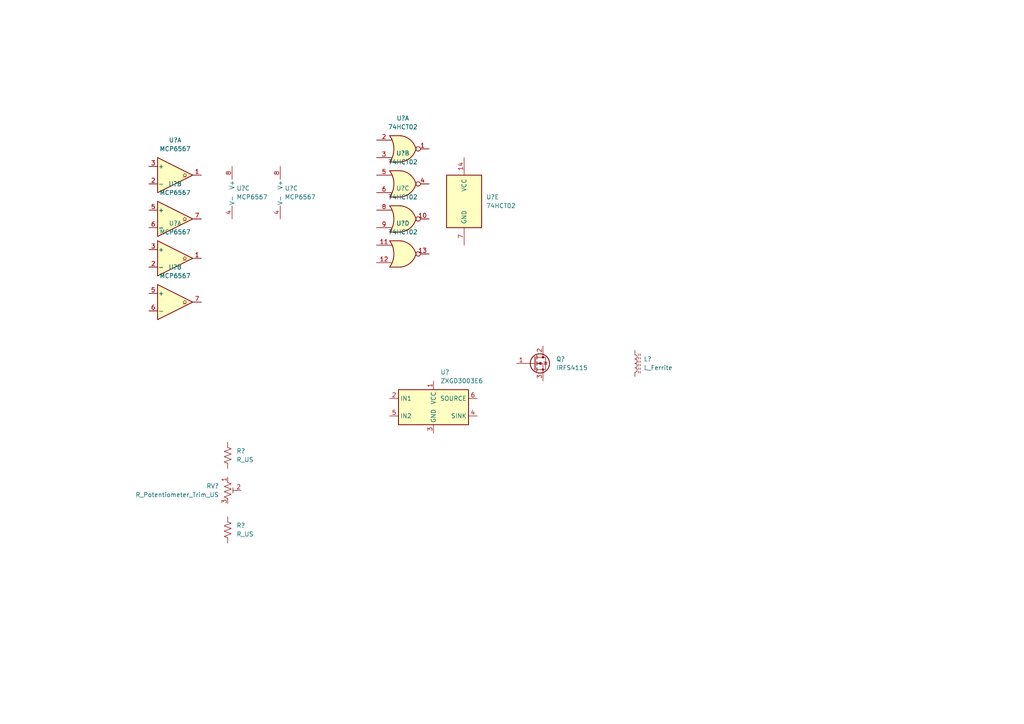
<source format=kicad_sch>
(kicad_sch (version 20211123) (generator eeschema)
  (paper "A4")
  (lib_symbols
    (symbol "74xx:74HCT02" (pin_names (offset 1.016))
      (property "Reference" "U" (at 0 1.27 0))
      (property "Value" "74HCT02" (at 0 -1.27 0))
      (symbol "74HCT02_1_1"
        (arc (start -3.81 -3.81) (mid -2.589 0) (end -3.81 3.81) (stroke (width 0.254)))
        (arc (start -0.6096 -3.81) (mid 2.1842 -2.5851) (end 3.81 0) (stroke (width 0.254)) (fill (type background)))
        (polyline (pts (xy -3.81 -3.81) (xy -0.635 -3.81)) (stroke (width 0.254)) (fill (type background)))
        (polyline (pts (xy -3.81 3.81) (xy -0.635 3.81)) (stroke (width 0.254)) (fill (type background)))
        (polyline (pts (xy -0.635 3.81) (xy -3.81 3.81) (xy -3.81 3.81) (xy -3.556 3.4036) (xy -3.0226 2.2606) (xy -2.6924 1.0414) (xy -2.6162 -0.254) (xy -2.7686 -1.4986) (xy -3.175 -2.7178) (xy -3.81 -3.81) (xy -3.81 -3.81) (xy -0.635 -3.81)) (stroke (width -25.4)) (fill (type background)))
        (arc (start 3.81 0) (mid 2.1915 2.5936) (end -0.6096 3.81) (stroke (width 0.254)) (fill (type background)))
        (pin output inverted (at 7.62 0 180) (length 3.81) (name "~") (number "1"))
        (pin input line (at -7.62 2.54 0) (length 4.318) (name "~") (number "2"))
        (pin input line (at -7.62 -2.54 0) (length 4.318) (name "~") (number "3"))
      )
      (symbol "74HCT02_1_2"
        (arc (start 0 -3.81) (mid 3.81 0) (end 0 3.81) (stroke (width 0.254)) (fill (type background)))
        (polyline (pts (xy 0 3.81) (xy -3.81 3.81) (xy -3.81 -3.81) (xy 0 -3.81)) (stroke (width 0.254)) (fill (type background)))
        (pin output line (at 7.62 0 180) (length 3.81) (name "~") (number "1"))
        (pin input inverted (at -7.62 2.54 0) (length 3.81) (name "~") (number "2"))
        (pin input inverted (at -7.62 -2.54 0) (length 3.81) (name "~") (number "3"))
      )
      (symbol "74HCT02_2_1"
        (arc (start -3.81 -3.81) (mid -2.589 0) (end -3.81 3.81) (stroke (width 0.254)))
        (arc (start -0.6096 -3.81) (mid 2.1842 -2.5851) (end 3.81 0) (stroke (width 0.254)) (fill (type background)))
        (polyline (pts (xy -3.81 -3.81) (xy -0.635 -3.81)) (stroke (width 0.254)) (fill (type background)))
        (polyline (pts (xy -3.81 3.81) (xy -0.635 3.81)) (stroke (width 0.254)) (fill (type background)))
        (polyline (pts (xy -0.635 3.81) (xy -3.81 3.81) (xy -3.81 3.81) (xy -3.556 3.4036) (xy -3.0226 2.2606) (xy -2.6924 1.0414) (xy -2.6162 -0.254) (xy -2.7686 -1.4986) (xy -3.175 -2.7178) (xy -3.81 -3.81) (xy -3.81 -3.81) (xy -0.635 -3.81)) (stroke (width -25.4)) (fill (type background)))
        (arc (start 3.81 0) (mid 2.1915 2.5936) (end -0.6096 3.81) (stroke (width 0.254)) (fill (type background)))
        (pin output inverted (at 7.62 0 180) (length 3.81) (name "~") (number "4"))
        (pin input line (at -7.62 2.54 0) (length 4.318) (name "~") (number "5"))
        (pin input line (at -7.62 -2.54 0) (length 4.318) (name "~") (number "6"))
      )
      (symbol "74HCT02_2_2"
        (arc (start 0 -3.81) (mid 3.81 0) (end 0 3.81) (stroke (width 0.254)) (fill (type background)))
        (polyline (pts (xy 0 3.81) (xy -3.81 3.81) (xy -3.81 -3.81) (xy 0 -3.81)) (stroke (width 0.254)) (fill (type background)))
        (pin output line (at 7.62 0 180) (length 3.81) (name "~") (number "4"))
        (pin input inverted (at -7.62 2.54 0) (length 3.81) (name "~") (number "5"))
        (pin input inverted (at -7.62 -2.54 0) (length 3.81) (name "~") (number "6"))
      )
      (symbol "74HCT02_3_1"
        (arc (start -3.81 -3.81) (mid -2.589 0) (end -3.81 3.81) (stroke (width 0.254)))
        (arc (start -0.6096 -3.81) (mid 2.1842 -2.5851) (end 3.81 0) (stroke (width 0.254)) (fill (type background)))
        (polyline (pts (xy -3.81 -3.81) (xy -0.635 -3.81)) (stroke (width 0.254)) (fill (type background)))
        (polyline (pts (xy -3.81 3.81) (xy -0.635 3.81)) (stroke (width 0.254)) (fill (type background)))
        (polyline (pts (xy -0.635 3.81) (xy -3.81 3.81) (xy -3.81 3.81) (xy -3.556 3.4036) (xy -3.0226 2.2606) (xy -2.6924 1.0414) (xy -2.6162 -0.254) (xy -2.7686 -1.4986) (xy -3.175 -2.7178) (xy -3.81 -3.81) (xy -3.81 -3.81) (xy -0.635 -3.81)) (stroke (width -25.4)) (fill (type background)))
        (arc (start 3.81 0) (mid 2.1915 2.5936) (end -0.6096 3.81) (stroke (width 0.254)) (fill (type background)))
        (pin output inverted (at 7.62 0 180) (length 3.81) (name "~") (number "10"))
        (pin input line (at -7.62 2.54 0) (length 4.318) (name "~") (number "8"))
        (pin input line (at -7.62 -2.54 0) (length 4.318) (name "~") (number "9"))
      )
      (symbol "74HCT02_3_2"
        (arc (start 0 -3.81) (mid 3.81 0) (end 0 3.81) (stroke (width 0.254)) (fill (type background)))
        (polyline (pts (xy 0 3.81) (xy -3.81 3.81) (xy -3.81 -3.81) (xy 0 -3.81)) (stroke (width 0.254)) (fill (type background)))
        (pin output line (at 7.62 0 180) (length 3.81) (name "~") (number "10"))
        (pin input inverted (at -7.62 2.54 0) (length 3.81) (name "~") (number "8"))
        (pin input inverted (at -7.62 -2.54 0) (length 3.81) (name "~") (number "9"))
      )
      (symbol "74HCT02_4_1"
        (arc (start -3.81 -3.81) (mid -2.589 0) (end -3.81 3.81) (stroke (width 0.254)))
        (arc (start -0.6096 -3.81) (mid 2.1842 -2.5851) (end 3.81 0) (stroke (width 0.254)) (fill (type background)))
        (polyline (pts (xy -3.81 -3.81) (xy -0.635 -3.81)) (stroke (width 0.254)) (fill (type background)))
        (polyline (pts (xy -3.81 3.81) (xy -0.635 3.81)) (stroke (width 0.254)) (fill (type background)))
        (polyline (pts (xy -0.635 3.81) (xy -3.81 3.81) (xy -3.81 3.81) (xy -3.556 3.4036) (xy -3.0226 2.2606) (xy -2.6924 1.0414) (xy -2.6162 -0.254) (xy -2.7686 -1.4986) (xy -3.175 -2.7178) (xy -3.81 -3.81) (xy -3.81 -3.81) (xy -0.635 -3.81)) (stroke (width -25.4)) (fill (type background)))
        (arc (start 3.81 0) (mid 2.1915 2.5936) (end -0.6096 3.81) (stroke (width 0.254)) (fill (type background)))
        (pin input line (at -7.62 2.54 0) (length 4.318) (name "~") (number "11"))
        (pin input line (at -7.62 -2.54 0) (length 4.318) (name "~") (number "12"))
        (pin output inverted (at 7.62 0 180) (length 3.81) (name "~") (number "13"))
      )
      (symbol "74HCT02_4_2"
        (arc (start 0 -3.81) (mid 3.81 0) (end 0 3.81) (stroke (width 0.254)) (fill (type background)))
        (polyline (pts (xy 0 3.81) (xy -3.81 3.81) (xy -3.81 -3.81) (xy 0 -3.81)) (stroke (width 0.254)) (fill (type background)))
        (pin input inverted (at -7.62 2.54 0) (length 3.81) (name "~") (number "11"))
        (pin input inverted (at -7.62 -2.54 0) (length 3.81) (name "~") (number "12"))
        (pin output line (at 7.62 0 180) (length 3.81) (name "~") (number "13"))
      )
      (symbol "74HCT02_5_0"
        (pin power_in line (at 0 12.7 270) (length 5.08) (name "VCC") (number "14"))
        (pin power_in line (at 0 -12.7 90) (length 5.08) (name "GND") (number "7"))
      )
      (symbol "74HCT02_5_1"
        (rectangle (start -5.08 7.62) (end 5.08 -7.62) (stroke (width 0.254)) (fill (type background)))
      )
    )
    (symbol "Comparator:MCP6567" (pin_names (offset 0.127))
      (property "Reference" "U" (at 3.81 3.81 0))
      (property "Value" "MCP6567" (at 6.35 -3.81 0))
      (symbol "MCP6567_1_1"
        (polyline (pts (xy -5.08 5.08) (xy 5.08 0) (xy -5.08 -5.08) (xy -5.08 5.08)) (stroke (width 0.254)) (fill (type background)))
        (polyline (pts (xy 3.302 -0.508) (xy 2.794 -0.508) (xy 3.302 0) (xy 2.794 0.508) (xy 2.286 0) (xy 2.794 -0.508) (xy 2.286 -0.508)) (stroke (width 0.127)))
        (pin open_collector line (at 7.62 0 180) (length 2.54) (name "~") (number "1"))
        (pin input line (at -7.62 -2.54 0) (length 2.54) (name "-") (number "2"))
        (pin input line (at -7.62 2.54 0) (length 2.54) (name "+") (number "3"))
      )
      (symbol "MCP6567_2_1"
        (polyline (pts (xy -5.08 5.08) (xy 5.08 0) (xy -5.08 -5.08) (xy -5.08 5.08)) (stroke (width 0.254)) (fill (type background)))
        (polyline (pts (xy 3.302 -0.508) (xy 2.794 -0.508) (xy 3.302 0) (xy 2.794 0.508) (xy 2.286 0) (xy 2.794 -0.508) (xy 2.286 -0.508)) (stroke (width 0.127)))
        (pin input line (at -7.62 2.54 0) (length 2.54) (name "+") (number "5"))
        (pin input line (at -7.62 -2.54 0) (length 2.54) (name "-") (number "6"))
        (pin open_collector line (at 7.62 0 180) (length 2.54) (name "~") (number "7"))
      )
      (symbol "MCP6567_3_1"
        (pin power_in line (at -2.54 -7.62 90) (length 3.81) (name "V-") (number "4"))
        (pin power_in line (at -2.54 7.62 270) (length 3.81) (name "V+") (number "8"))
      )
    )
    (symbol "Device:L_Ferrite" (pin_numbers hide) (pin_names (offset 1.016) hide)
      (property "Reference" "L" (at -1.27 0 90))
      (property "Value" "L_Ferrite" (at 2.794 0 90))
      (symbol "L_Ferrite_0_1"
        (arc (start 0 -2.54) (mid 0.635 -1.905) (end 0 -1.27))
        (arc (start 0 -1.27) (mid 0.635 -0.635) (end 0 0))
        (polyline (pts (xy 1.016 -2.794) (xy 1.016 -2.286)))
        (polyline (pts (xy 1.016 -1.778) (xy 1.016 -1.27)))
        (polyline (pts (xy 1.016 -0.762) (xy 1.016 -0.254)))
        (polyline (pts (xy 1.016 0.254) (xy 1.016 0.762)))
        (polyline (pts (xy 1.016 1.27) (xy 1.016 1.778)))
        (polyline (pts (xy 1.016 2.286) (xy 1.016 2.794)))
        (polyline (pts (xy 1.524 -2.286) (xy 1.524 -2.794)))
        (polyline (pts (xy 1.524 -1.27) (xy 1.524 -1.778)))
        (polyline (pts (xy 1.524 -0.254) (xy 1.524 -0.762)))
        (polyline (pts (xy 1.524 0.762) (xy 1.524 0.254)))
        (polyline (pts (xy 1.524 1.778) (xy 1.524 1.27)))
        (polyline (pts (xy 1.524 2.794) (xy 1.524 2.286)))
        (arc (start 0 0) (mid 0.635 0.635) (end 0 1.27))
        (arc (start 0 1.27) (mid 0.635 1.905) (end 0 2.54))
      )
      (symbol "L_Ferrite_1_1"
        (pin passive line (at 0 3.81 270) (length 1.27) (name "1") (number "1"))
        (pin passive line (at 0 -3.81 90) (length 1.27) (name "2") (number "2"))
      )
    )
    (symbol "Device:R_Potentiometer_Trim_US" (pin_names (offset 1.016) hide)
      (property "Reference" "RV" (at -4.445 0 90))
      (property "Value" "R_Potentiometer_Trim_US" (at -2.54 0 90))
      (symbol "R_Potentiometer_Trim_US_0_1"
        (polyline (pts (xy 0 -2.286) (xy 0 -2.54)))
        (polyline (pts (xy 0 2.286) (xy 0 2.54)))
        (polyline (pts (xy 1.524 0.762) (xy 1.524 -0.762)))
        (polyline (pts (xy 2.54 0) (xy 1.524 0)))
        (polyline (pts (xy 0 -0.762) (xy 1.016 -1.143) (xy 0 -1.524) (xy -1.016 -1.905) (xy 0 -2.286)))
        (polyline (pts (xy 0 0.762) (xy 1.016 0.381) (xy 0 0) (xy -1.016 -0.381) (xy 0 -0.762)))
        (polyline (pts (xy 0 2.286) (xy 1.016 1.905) (xy 0 1.524) (xy -1.016 1.143) (xy 0 0.762)))
      )
      (symbol "R_Potentiometer_Trim_US_1_1"
        (pin passive line (at 0 3.81 270) (length 1.27) (name "1") (number "1"))
        (pin passive line (at 3.81 0 180) (length 1.27) (name "2") (number "2"))
        (pin passive line (at 0 -3.81 90) (length 1.27) (name "3") (number "3"))
      )
    )
    (symbol "Device:R_US" (pin_numbers hide) (pin_names (offset 0))
      (property "Reference" "R" (at 2.54 0 90))
      (property "Value" "R_US" (at -2.54 0 90))
      (symbol "R_US_0_1"
        (polyline (pts (xy 0 -2.286) (xy 0 -2.54)))
        (polyline (pts (xy 0 2.286) (xy 0 2.54)))
        (polyline (pts (xy 0 -0.762) (xy 1.016 -1.143) (xy 0 -1.524) (xy -1.016 -1.905) (xy 0 -2.286)))
        (polyline (pts (xy 0 0.762) (xy 1.016 0.381) (xy 0 0) (xy -1.016 -0.381) (xy 0 -0.762)))
        (polyline (pts (xy 0 2.286) (xy 1.016 1.905) (xy 0 1.524) (xy -1.016 1.143) (xy 0 0.762)))
      )
      (symbol "R_US_1_1"
        (pin passive line (at 0 3.81 270) (length 1.27) (name "~") (number "1"))
        (pin passive line (at 0 -3.81 90) (length 1.27) (name "~") (number "2"))
      )
    )
    (symbol "Driver_FET:ZXGD3003E6"
      (property "Reference" "U" (at -8.89 6.35 0))
      (property "Value" "ZXGD3003E6" (at 10.16 -7.62 0))
      (symbol "ZXGD3003E6_0_1"
        (rectangle (start -10.16 5.08) (end 10.16 -5.08) (stroke (width 0.254)) (fill (type background)))
      )
      (symbol "ZXGD3003E6_1_1"
        (pin power_in line (at 0 7.62 270) (length 2.54) (name "VCC") (number "1"))
        (pin input line (at -12.7 2.54 0) (length 2.54) (name "IN1") (number "2"))
        (pin power_in line (at 0 -7.62 90) (length 2.54) (name "GND") (number "3"))
        (pin open_collector line (at 12.7 -2.54 180) (length 2.54) (name "SINK") (number "4"))
        (pin input line (at -12.7 -2.54 0) (length 2.54) (name "IN2") (number "5"))
        (pin open_emitter line (at 12.7 2.54 180) (length 2.54) (name "SOURCE") (number "6"))
      )
    )
    (symbol "Transistor_FET:IRFS4115" (pin_names hide)
      (property "Reference" "Q" (at 5.08 1.905 0))
      (property "Value" "IRFS4115" (at 5.08 0 0))
      (symbol "IRFS4115_0_1"
        (polyline (pts (xy 0.254 0) (xy -2.54 0)))
        (polyline (pts (xy 0.254 1.905) (xy 0.254 -1.905)) (stroke (width 0.254)))
        (polyline (pts (xy 0.762 -1.27) (xy 0.762 -2.286)) (stroke (width 0.254)))
        (polyline (pts (xy 0.762 0.508) (xy 0.762 -0.508)) (stroke (width 0.254)))
        (polyline (pts (xy 0.762 2.286) (xy 0.762 1.27)) (stroke (width 0.254)))
        (polyline (pts (xy 2.54 2.54) (xy 2.54 1.778)))
        (polyline (pts (xy 2.54 -2.54) (xy 2.54 0) (xy 0.762 0)))
        (polyline (pts (xy 0.762 -1.778) (xy 3.302 -1.778) (xy 3.302 1.778) (xy 0.762 1.778)))
        (polyline (pts (xy 1.016 0) (xy 2.032 0.381) (xy 2.032 -0.381) (xy 1.016 0)) (fill (type outline)))
        (polyline (pts (xy 2.794 0.508) (xy 2.921 0.381) (xy 3.683 0.381) (xy 3.81 0.254)))
        (polyline (pts (xy 3.302 0.381) (xy 2.921 -0.254) (xy 3.683 -0.254) (xy 3.302 0.381)))
        (circle (center 1.651 0) (radius 2.794) (stroke (width 0.254)))
        (circle (center 2.54 -1.778) (radius 0.254) (fill (type outline)))
        (circle (center 2.54 1.778) (radius 0.254) (fill (type outline)))
      )
      (symbol "IRFS4115_1_1"
        (pin passive line (at -5.08 0 0) (length 2.54) (name "G") (number "1"))
        (pin passive line (at 2.54 5.08 270) (length 2.54) (name "D") (number "2"))
        (pin passive line (at 2.54 -5.08 90) (length 2.54) (name "S") (number "3"))
      )
    )
  )
  (symbol (lib_id "74xx:74HCT02") (at 134.62 58.42 0) (unit 5)
    (property "Reference" "U?" (at 140.97 57.1499 0) (effects (justify left)))
    (property "Value" "74HCT02" (at 140.97 59.6899 0) (effects (justify left)))
    (property "Datasheet" "http://www.ti.com/lit/gpn/sn74hct02" (effects hide))
  )
  (symbol (lib_id "74xx:74HCT02") (at 116.84 43.18 0) (unit 1)
    (property "Reference" "U?" (at 116.84 34.29 0))
    (property "Value" "74HCT02" (at 116.84 36.83 0))
    (property "Datasheet" "http://www.ti.com/lit/gpn/sn74hct02" (effects hide))
  )
  (symbol (lib_id "Comparator:MCP6567") (at 50.8 87.63 0) (unit 2)
    (property "Reference" "U?" (at 50.8 77.47 0))
    (property "Value" "MCP6567" (at 50.8 80.01 0))
    (property "Footprint" "Package_SO:MSOP-8_3x3mm_P0.65mm" (effects hide))
    (property "Datasheet" "http://ww1.microchip.com/downloads/en/DeviceDoc/MCP6566-6R-6U-7-9-1.8V-Low-Power-Open-Drain-Output-Comparator-DS20002143G.pdf" (effects hide))
  )
  (symbol (lib_id "Device:R_Potentiometer_Trim_US") (at 66.04 142.24 0) (unit 1)
    (property "Reference" "RV?" (at 63.5 140.9699 0) (effects (justify right)))
    (property "Value" "R_Potentiometer_Trim_US" (at 63.5 143.5099 0) (effects (justify right)))
    (property "Footprint" "Potentiometer_SMD:Potentiometer_Bourns_TC33X_Vertical" (effects hide))
  )
  (symbol (lib_id "Comparator:MCP6567") (at 50.8 74.93 0) (unit 1)
    (property "Reference" "U?" (at 50.8 64.77 0))
    (property "Value" "MCP6567" (at 50.8 67.31 0))
    (property "Footprint" "Package_SO:MSOP-8_3x3mm_P0.65mm" (effects hide))
    (property "Datasheet" "http://ww1.microchip.com/downloads/en/DeviceDoc/MCP6566-6R-6U-7-9-1.8V-Low-Power-Open-Drain-Output-Comparator-DS20002143G.pdf" (effects hide))
  )
  (symbol (lib_id "Device:R_US") (at 66.04 153.67 0) (unit 1)
    (property "Reference" "R?" (at 68.58 152.3999 0) (effects (justify left)))
    (property "Value" "R_US" (at 68.58 154.9399 0) (effects (justify left)))
  )
  (symbol (lib_id "Comparator:MCP6567") (at 50.8 63.5 0) (unit 2)
    (property "Reference" "U?" (at 50.8 53.34 0))
    (property "Value" "MCP6567" (at 50.8 55.88 0))
    (property "Footprint" "Package_SO:MSOP-8_3x3mm_P0.65mm" (effects hide))
    (property "Datasheet" "http://ww1.microchip.com/downloads/en/DeviceDoc/MCP6566-6R-6U-7-9-1.8V-Low-Power-Open-Drain-Output-Comparator-DS20002143G.pdf" (effects hide))
  )
  (symbol (lib_id "Driver_FET:ZXGD3003E6") (at 125.73 118.11 0) (unit 1)
    (property "Reference" "U?" (at 127.7494 107.95 0) (effects (justify left)))
    (property "Value" "ZXGD3003E6" (at 127.7494 110.49 0) (effects (justify left)))
    (property "Footprint" "Package_TO_SOT_SMD:SOT-23-6" (effects hide))
    (property "Datasheet" "http://www.diodes.com/_files/datasheets/ZXGD3003E6.pdf" (effects hide))
  )
  (symbol (lib_id "Transistor_FET:IRFS4115") (at 154.94 105.41 0) (unit 1)
    (property "Reference" "Q?" (at 161.29 104.1399 0) (effects (justify left)))
    (property "Value" "IRFS4115" (at 161.29 106.6799 0) (effects (justify left)))
    (property "Footprint" "Package_TO_SOT_SMD:TO-263-2" (effects hide))
    (property "Datasheet" "https://www.infineon.com/dgdl/irfs4115pbf.pdf?fileId=5546d462533600a401535636e5d2218f" (effects hide))
  )
  (symbol (lib_id "Comparator:MCP6567") (at 69.85 55.88 0) (unit 3)
    (property "Reference" "U?" (at 68.58 54.6099 0) (effects (justify left)))
    (property "Value" "MCP6567" (at 68.58 57.1499 0) (effects (justify left)))
    (property "Footprint" "Package_SO:MSOP-8_3x3mm_P0.65mm" (effects hide))
    (property "Datasheet" "http://ww1.microchip.com/downloads/en/DeviceDoc/MCP6566-6R-6U-7-9-1.8V-Low-Power-Open-Drain-Output-Comparator-DS20002143G.pdf" (effects hide))
  )
  (symbol (lib_id "Comparator:MCP6567") (at 83.82 55.88 0) (unit 3)
    (property "Reference" "U?" (at 82.55 54.6099 0) (effects (justify left)))
    (property "Value" "MCP6567" (at 82.55 57.1499 0) (effects (justify left)))
    (property "Footprint" "Package_SO:MSOP-8_3x3mm_P0.65mm" (effects hide))
    (property "Datasheet" "http://ww1.microchip.com/downloads/en/DeviceDoc/MCP6566-6R-6U-7-9-1.8V-Low-Power-Open-Drain-Output-Comparator-DS20002143G.pdf" (effects hide))
  )
  (symbol (lib_id "Device:L_Ferrite") (at 184.15 105.41 0) (unit 1)
    (property "Reference" "L?" (at 186.69 104.1399 0) (effects (justify left)))
    (property "Value" "L_Ferrite" (at 186.69 106.6799 0) (effects (justify left)))
  )
  (symbol (lib_id "Comparator:MCP6567") (at 50.8 50.8 0) (unit 1)
    (property "Reference" "U?" (at 50.8 40.64 0))
    (property "Value" "MCP6567" (at 50.8 43.18 0))
    (property "Footprint" "Package_SO:MSOP-8_3x3mm_P0.65mm" (effects hide))
    (property "Datasheet" "http://ww1.microchip.com/downloads/en/DeviceDoc/MCP6566-6R-6U-7-9-1.8V-Low-Power-Open-Drain-Output-Comparator-DS20002143G.pdf" (effects hide))
  )
  (symbol (lib_id "Device:R_US") (at 66.04 132.08 0) (unit 1)
    (property "Reference" "R?" (at 68.58 130.8099 0) (effects (justify left)))
    (property "Value" "R_US" (at 68.58 133.3499 0) (effects (justify left)))
  )
  (symbol (lib_id "74xx:74HCT02") (at 116.84 73.66 0) (unit 4)
    (property "Reference" "U?" (at 116.84 64.77 0))
    (property "Value" "74HCT02" (at 116.84 67.31 0))
    (property "Datasheet" "http://www.ti.com/lit/gpn/sn74hct02" (effects hide))
  )
  (symbol (lib_id "74xx:74HCT02") (at 116.84 53.34 0) (unit 2)
    (property "Reference" "U?" (at 116.84 44.45 0))
    (property "Value" "74HCT02" (at 116.84 46.99 0))
    (property "Datasheet" "http://www.ti.com/lit/gpn/sn74hct02" (effects hide))
  )
  (symbol (lib_id "74xx:74HCT02") (at 116.84 63.5 0) (unit 3)
    (property "Reference" "U?" (at 116.84 54.61 0))
    (property "Value" "74HCT02" (at 116.84 57.15 0))
    (property "Datasheet" "http://www.ti.com/lit/gpn/sn74hct02" (effects hide))
  )
)
</source>
